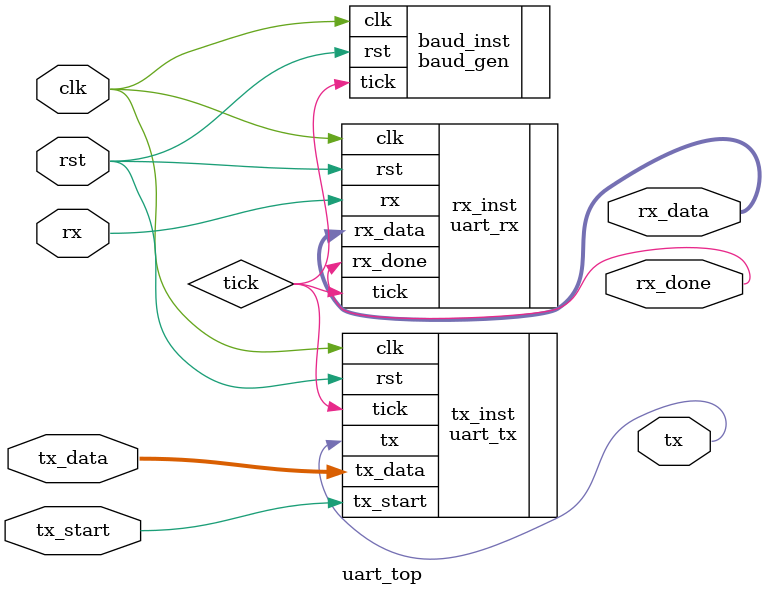
<source format=v>
module uart_top (
    input clk,
    input rst,
    input tx_start,
    input [7:0] tx_data,
    output tx,
    input rx,
    output [7:0] rx_data,
    output rx_done
);

    wire tick;

    baud_gen baud_inst (
        .clk(clk),
        .rst(rst),
        .tick(tick)
    );

    uart_tx tx_inst (
        .clk(clk),
        .rst(rst),
        .tx_start(tx_start),
        .tx_data(tx_data),
        .tick(tick),
        .tx(tx)
    );

    uart_rx rx_inst (
        .clk(clk),
        .rst(rst),
        .rx(rx),
        .tick(tick),
        .rx_data(rx_data),
        .rx_done(rx_done)
    );
endmodule

</source>
